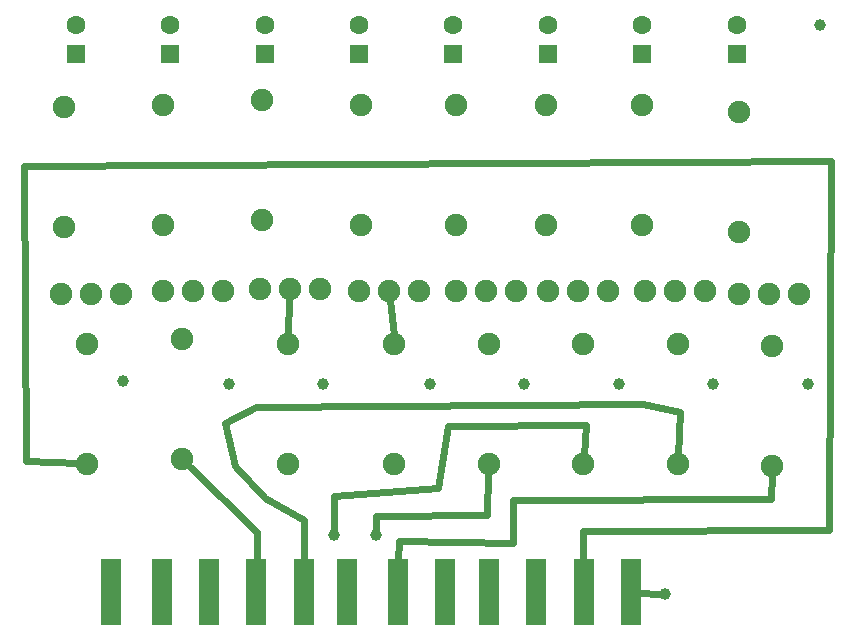
<source format=gbl>
G04 MADE WITH FRITZING*
G04 WWW.FRITZING.ORG*
G04 DOUBLE SIDED*
G04 HOLES PLATED*
G04 CONTOUR ON CENTER OF CONTOUR VECTOR*
%ASAXBY*%
%FSLAX23Y23*%
%MOIN*%
%OFA0B0*%
%SFA1.0B1.0*%
%ADD10C,0.039370*%
%ADD11C,0.075000*%
%ADD12C,0.062992*%
%ADD13R,0.066097X0.223103*%
%ADD14R,0.062992X0.062992*%
%ADD15C,0.024000*%
%LNCOPPER0*%
G90*
G70*
G54D10*
X2239Y127D03*
G54D11*
X2685Y1128D03*
X2585Y1128D03*
X2485Y1128D03*
X2370Y1136D03*
X2270Y1136D03*
X2170Y1136D03*
X2047Y1136D03*
X1947Y1136D03*
X1847Y1136D03*
X1740Y1136D03*
X1640Y1136D03*
X1540Y1136D03*
X1417Y1136D03*
X1317Y1136D03*
X1217Y1136D03*
X1087Y1143D03*
X987Y1143D03*
X887Y1143D03*
X764Y1136D03*
X664Y1136D03*
X564Y1136D03*
X425Y1128D03*
X325Y1128D03*
X225Y1128D03*
X233Y1750D03*
X233Y1350D03*
X2485Y1734D03*
X2485Y1334D03*
X2162Y1758D03*
X2162Y1358D03*
X1840Y1758D03*
X1840Y1358D03*
X1540Y1758D03*
X1540Y1358D03*
X1225Y1758D03*
X1225Y1358D03*
X895Y1773D03*
X895Y1373D03*
X564Y1758D03*
X564Y1358D03*
X2595Y953D03*
X2595Y553D03*
X2280Y962D03*
X2280Y562D03*
X1966Y962D03*
X1966Y562D03*
X1651Y962D03*
X1651Y562D03*
X1336Y962D03*
X1336Y562D03*
X981Y962D03*
X981Y562D03*
X627Y978D03*
X627Y578D03*
X312Y962D03*
X312Y562D03*
G54D12*
X2477Y1927D03*
X2477Y2025D03*
X2162Y1927D03*
X2162Y2025D03*
X1847Y1927D03*
X1847Y2025D03*
X1532Y1927D03*
X1532Y2025D03*
X1217Y1927D03*
X1217Y2025D03*
X903Y1927D03*
X903Y2025D03*
X588Y1927D03*
X588Y2025D03*
X273Y1927D03*
X273Y2025D03*
G54D10*
X2753Y2025D03*
X430Y836D03*
X784Y826D03*
X1099Y826D03*
X1454Y826D03*
X1769Y826D03*
X2084Y826D03*
X2399Y826D03*
X2714Y826D03*
X1133Y323D03*
X1273Y323D03*
G54D13*
X2124Y133D03*
X561Y133D03*
X1967Y133D03*
X1809Y133D03*
X1652Y133D03*
X1505Y133D03*
X1348Y133D03*
X1179Y133D03*
X1033Y133D03*
X876Y133D03*
X718Y133D03*
X392Y133D03*
G54D14*
X2477Y1927D03*
X2162Y1927D03*
X1847Y1927D03*
X1532Y1927D03*
X1217Y1927D03*
X903Y1927D03*
X588Y1927D03*
X273Y1927D03*
G54D15*
X986Y1115D02*
X982Y991D01*
D02*
X1320Y1107D02*
X1333Y991D01*
D02*
X2220Y128D02*
X2152Y132D01*
D02*
X879Y333D02*
X877Y239D01*
D02*
X647Y558D02*
X879Y333D01*
D02*
X806Y553D02*
X906Y446D01*
D02*
X772Y697D02*
X806Y553D01*
D02*
X2164Y760D02*
X876Y750D01*
D02*
X906Y446D02*
X1036Y373D01*
D02*
X876Y750D02*
X772Y697D01*
D02*
X2288Y733D02*
X2164Y760D01*
D02*
X1036Y373D02*
X1034Y239D01*
D02*
X2282Y591D02*
X2288Y733D01*
D02*
X1730Y440D02*
X2591Y443D01*
D02*
X1730Y296D02*
X1730Y440D01*
D02*
X2591Y443D02*
X2594Y524D01*
D02*
X1350Y303D02*
X1730Y296D01*
D02*
X1349Y239D02*
X1350Y303D01*
D02*
X1643Y390D02*
X1649Y534D01*
D02*
X1273Y386D02*
X1643Y390D01*
D02*
X1273Y342D02*
X1273Y386D01*
D02*
X1136Y453D02*
X1480Y480D01*
D02*
X1480Y480D02*
X1513Y687D01*
D02*
X1513Y687D02*
X1974Y690D01*
D02*
X1974Y690D02*
X1967Y591D01*
D02*
X1133Y342D02*
X1136Y453D01*
D02*
X101Y1555D02*
X2792Y1571D01*
D02*
X108Y570D02*
X101Y1555D01*
D02*
X2792Y1571D02*
X2785Y340D01*
D02*
X2785Y340D02*
X1964Y336D01*
D02*
X1964Y336D02*
X1965Y239D01*
D02*
X283Y563D02*
X108Y570D01*
G04 End of Copper0*
M02*
</source>
